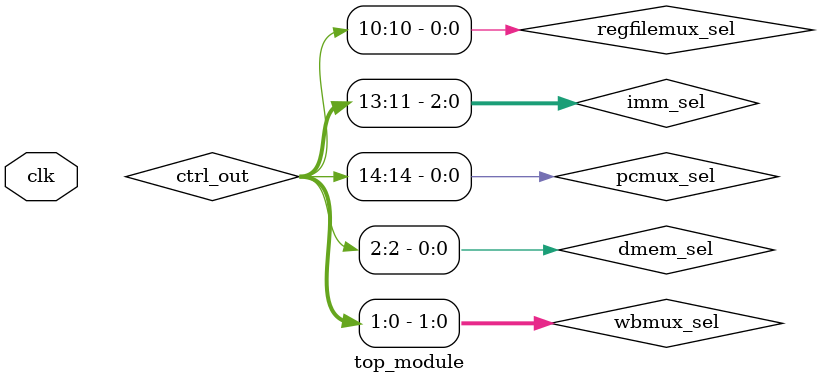
<source format=v>
module top_module(input clk);
// Tin hieu giua cac khoi
wire [31:0] pc_in, pc_out;
wire [31:0] pc_plus4_out;
wire [4:0] rs1, rs2, rd;
wire [31:0] rs1_out, rs2_out;
wire [31:0] imm_in, imm_out;
wire [31:0] alumux1_out, alumux2_out;
wire [31:0] alu_out, dmem_out, wb_out;

// Tin hieu dua vao khoi control
wire brlt;
wire breq;
// Tin hieu tu khoi control toi cac khoi con lai
wire pcmux_sel;
wire [2:0] imm_sel;
wire regfilemux_sel;
wire cmpop;
wire alumux1_sel;
wire alumux2_sel;
wire [3:0] aluop;
wire dmem_sel;
wire [1:0] wbmux_sel;

// 20bit bus
wire [14:0] ctrl_out;


// Ket noi cac module

mux2 	PCmux(.out(pc_in), .in0(pc_plus4_out), .in1(alu_out), .sel(pcmux_sel));

pc 	PC(.in(pc_in), .clk(clk), .out(pc_out));

add_4	ADD(.in(pc_out), .out(pc_plus4_out));

IMEM	InstrMem(.inst(imm_in), .PC(pc_out));

control Controller(.instr(imm_in), .breq(breq), .brlt(brlt), .data_out(ctrl_out));

assign pcmux_sel = ctrl_out[14];
assign imm_sel = ctrl_out[13:11];
assign regfilemux_sel = ctrl_out[10];
assign cmpop = ctrl_out[9];
assign alumux2_sel = ctrl_out[8];
assign alumux1_sel = ctrl_out[7];
assign aluop = ctrl_out[6:3];
assign dmem_sel = ctrl_out[2];
assign wbmux_sel = ctrl_out[1:0];

decoder RegDecoder(.instr(imm_in), .rd(rd), .rs1(rs1), .rs2(rs2));

regfile RegFile(.clk(clk), .reset(), .write(regfilemux_sel), .wrAddrD(rd), .rdAddrA(rs1), 
		.rdAddrB(rs2), .wrDataD(wb_out), .rdDataA(rs1_out), .rdDataB(rs2_out));

ImmGen	ImmGen(.immSel(imm_sel), .instr(imm_in), .imm(imm_out));

BranchComp BrComp(.dataA(rs1_out), .dataB(rs2_out), .BrUn(cmpop), .BrEq(breq), .BrLT(brlt));

mux2	ALUmux1(.out(alumux1_out), .in0(rs1_out), .in1(pc_out), .sel(alumux1_sel));

mux2	ALUmux2(.out(alumux2_out), .in0(rs2_out), .in1(imm_out), .sel(alumux2_sel));

ALU	ALU(.alu_sel(aluop), .dataA(alumux1_out), .dataB(alumux2_out), .alu_out(alu_out));

DMEM	DataMem(.Addr(alu_out), .DataW(rs2_out), .DataR(dmem_out), .MemRW(dmem_sel), .clk(clk));

wbmux	WBMux(.out(wb_out), .in0(dmem_out), .in1(alu_out), .in2(pc_plus4_out), .sel(wbmux_sel));




endmodule 
</source>
